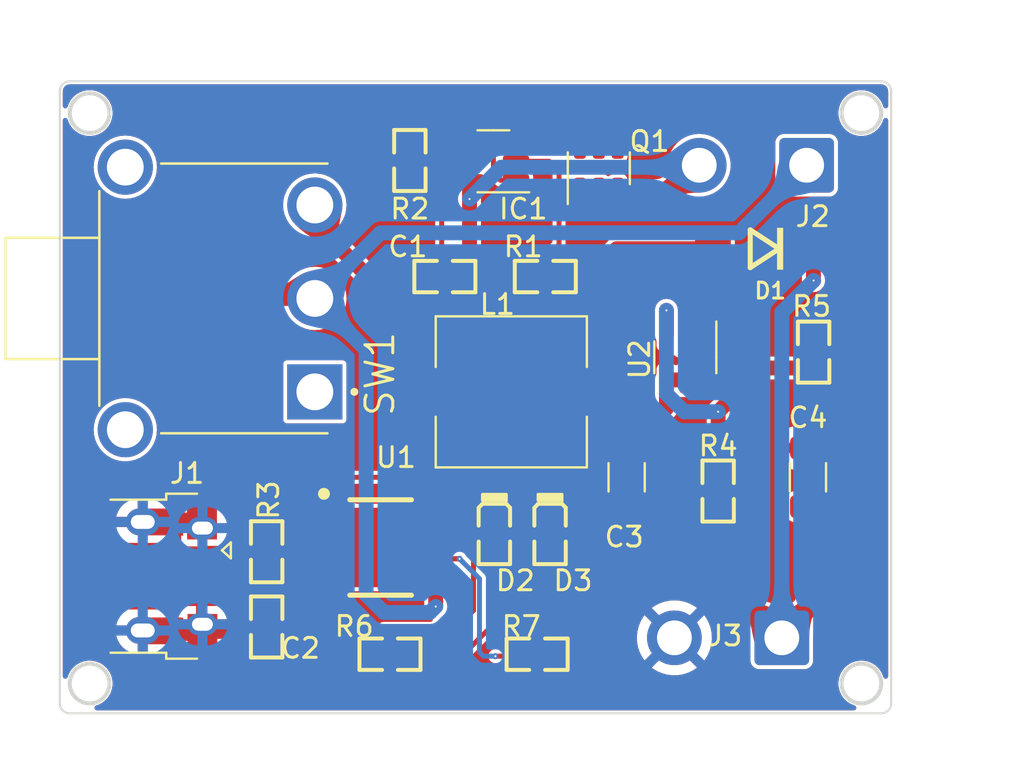
<source format=kicad_pcb>
(kicad_pcb (version 20211014) (generator pcbnew)
  (layers (0 "F.Cu" signal) (31 "B.Cu" signal) (34 "B.Paste" user) (35 "F.Paste" user) (36 "B.SilkS" user "B.Silkscreen") (37 "F.SilkS" user "F.Silkscreen") (38 "B.Mask" user) (39 "F.Mask" user) (44 "Edge.Cuts" user))
  (net 0 "")
  (net 1 "Net-(C1-Pad1)")
  (net 2 "/BAT-")
  (net 3 "/VBUS")
  (net 4 "GND")
  (net 5 "Net-(C3-Pad1)")
  (net 6 "/5V")
  (net 7 "Net-(D1-PadA)")
  (net 8 "Net-(D2-Pad1)")
  (net 9 "Net-(D3-Pad1)")
  (net 10 "/OD")
  (net 11 "Net-(IC1-Pad2)")
  (net 12 "Net-(IC1-Pad3)")
  (net 17 "/BAT+")
  (net 19 "Net-(R3-Pad2)")
  (net 20 "Net-(R4-Pad2)")
  (net 21 "Net-(R6-Pad1)")
  (net 22 "Net-(R7-Pad1)")
  (footprint "Capacitor_SMD:C_1206_3216Metric" (layer "F.Cu") (at 174.315 75.925 90)
    (fp_text reference "C4" (at 3 0 180) (layer "F.SilkS"))
    (fp_text value "22uF")
    (fp_line (start -0.711252 0.91) (end 0.711252 0.91) (layer "F.SilkS") (width 0.12))
    (fp_line (start -0.711252 -0.91) (end 0.711252 -0.91) (layer "F.SilkS") (width 0.12))
    (pad "1" smd roundrect (at -1.475 0 90) (size 1.15 1.8) (layers "F.Cu" "F.Paste" "F.Mask") (roundrect_rratio 0.2173913043) (net 6 "/5V"))
    (pad "2" smd roundrect (at 1.475 0 90) (size 1.15 1.8) (layers "F.Cu" "F.Paste" "F.Mask") (roundrect_rratio 0.2173913043) (net 4 "GND"))
  )
  (footprint "lc_lib:0603_R" (layer "F.Cu") (at 160.7 84.825)
    (fp_text reference "R7" (at -0.8 -1.4) (layer "F.SilkS"))
    (fp_text value "1k")
    (fp_line (start -1.535 0.79) (end -0.4 0.79) (layer "F.SilkS") (width 0.2))
    (fp_line (start 1.535 0.79) (end 1.535 -0.79) (layer "F.SilkS") (width 0.2))
    (fp_line (start 0.4 -0.79) (end 1.535 -0.79) (layer "F.SilkS") (width 0.2))
    (fp_line (start 0.4 0.79) (end 1.535 0.79) (layer "F.SilkS") (width 0.2))
    (fp_line (start -1.535 -0.79) (end -0.4 -0.79) (layer "F.SilkS") (width 0.2))
    (fp_line (start -1.535 0.79) (end -1.535 -0.79) (layer "F.SilkS") (width 0.2))
    (pad "1" smd rect locked (at -0.77 0) (size 0.93 0.98) (layers "F.Cu" "F.Paste" "F.Mask") (net 22 "Net-(R7-Pad1)"))
    (pad "2" smd rect locked (at 0.77 0) (size 0.93 0.98) (layers "F.Cu" "F.Paste" "F.Mask") (net 9 "Net-(D3-Pad1)"))
  )
  (footprint "Connector_USB:USB_Micro-B_Amphenol_10103594-0001LF_Horizontal" (layer "F.Cu") (at 141.985 80.925 -90)
    (fp_text reference "J1" (at -5.2 -1.115 180) (layer "F.SilkS"))
    (fp_text value "USB_B_Micro")
    (fp_line (start -1.325 -2.865) (end -1.725 -3.315) (layer "F.SilkS") (width 0.12))
    (fp_line (start -0.925 -3.315) (end -1.325 -2.865) (layer "F.SilkS") (width 0.12))
    (fp_line (start -3.875 2.735) (end -3.875 -0.065) (layer "F.SilkS") (width 0.12))
    (fp_line (start 3.825 -0.065) (end 4.125 -0.065) (layer "F.SilkS") (width 0.12))
    (fp_line (start -4.175 -0.065) (end -3.875 -0.065) (layer "F.SilkS") (width 0.12))
    (fp_line (start 4.125 -0.065) (end 4.125 -1.615) (layer "F.SilkS") (width 0.12))
    (fp_line (start 3.825 2.735) (end 3.825 -0.065) (layer "F.SilkS") (width 0.12))
    (fp_line (start -4.175 -0.065) (end -4.175 -1.615) (layer "F.SilkS") (width 0.12))
    (fp_line (start -1.725 -3.315) (end -0.925 -3.315) (layer "F.SilkS") (width 0.12))
    (pad "1" smd rect (at -1.325 -1.765) (size 1.65 0.4) (layers "F.Cu" "F.Paste" "F.Mask") (net 3 "/VBUS"))
    (pad "2" smd rect (at -0.675 -1.765) (size 1.65 0.4) (layers "F.Cu" "F.Paste" "F.Mask"))
    (pad "3" smd rect (at -0.025 -1.765) (size 1.65 0.4) (layers "F.Cu" "F.Paste" "F.Mask"))
    (pad "4" smd rect (at 0.625 -1.765) (size 1.65 0.4) (layers "F.Cu" "F.Paste" "F.Mask"))
    (pad "5" smd rect (at 1.275 -1.765) (size 1.65 0.4) (layers "F.Cu" "F.Paste" "F.Mask") (net 4 "GND"))
    (pad "6" smd rect (at 2.875 -1.885 270) (size 2 1.5) (layers "F.Cu" "F.Paste" "F.Mask") (net 4 "GND"))
    (pad "6" smd rect (at 2.725 0.185 270) (size 1.35 2) (layers "F.Cu" "F.Paste" "F.Mask") (net 4 "GND"))
    (pad "6" smd rect (at -0.985 1.385) (size 2.5 1.43) (layers "F.Cu" "F.Paste" "F.Mask") (net 4 "GND"))
    (pad "6" smd rect (at -2.875 -1.865 270) (size 2 1.5) (layers "F.Cu" "F.Paste" "F.Mask") (net 4 "GND"))
    (pad "6" thru_hole oval (at 2.395 -1.885) (size 1.5 1.1) (drill oval 1.05 0.65) (layers *.Cu *.Mask) (net 4 "GND"))
    (pad "6" thru_hole oval (at -2.755 1.115) (size 1.7 1.35) (drill oval 1.2 0.7) (layers *.Cu *.Mask) (net 4 "GND"))
    (pad "6" smd rect (at -2.755 0.185 270) (size 1.35 2) (layers "F.Cu" "F.Paste" "F.Mask") (net 4 "GND"))
    (pad "6" smd rect (at 2.975 -0.565 270) (size 1.825 0.7) (layers "F.Cu" "F.Paste" "F.Mask") (net 4 "GND"))
    (pad "6" thru_hole oval (at -2.445 -1.885) (size 1.5 1.1) (drill oval 1.05 0.65) (layers *.Cu *.Mask) (net 4 "GND"))
    (pad "6" thru_hole oval (at 2.705 1.115) (size 1.7 1.35) (drill oval 1.2 0.7) (layers *.Cu *.Mask) (net 4 "GND"))
    (pad "6" smd rect (at -2.975 -0.565 270) (size 1.825 0.7) (layers "F.Cu" "F.Paste" "F.Mask") (net 4 "GND"))
    (pad "6" smd rect (at 0.935 1.385) (size 2.5 1.43) (layers "F.Cu" "F.Paste" "F.Mask") (net 4 "GND"))
  )
  (footprint "lc_lib:0603_R" (layer "F.Cu") (at 154.3 59.985 -90)
    (fp_text reference "R2" (at 2.44 0 180) (layer "F.SilkS"))
    (fp_text value "100")
    (fp_line (start -1.535 0.79) (end -1.535 -0.79) (layer "F.SilkS") (width 0.2))
    (fp_line (start 0.4 -0.79) (end 1.535 -0.79) (layer "F.SilkS") (width 0.2))
    (fp_line (start 0.4 0.79) (end 1.535 0.79) (layer "F.SilkS") (width 0.2))
    (fp_line (start -1.535 0.79) (end -0.4 0.79) (layer "F.SilkS") (width 0.2))
    (fp_line (start 1.535 0.79) (end 1.535 -0.79) (layer "F.SilkS") (width 0.2))
    (fp_line (start -1.535 -0.79) (end -0.4 -0.79) (layer "F.SilkS") (width 0.2))
    (pad "1" smd rect locked (at -0.77 0 270) (size 0.93 0.98) (layers "F.Cu" "F.Paste" "F.Mask") (net 1 "Net-(C1-Pad1)"))
    (pad "2" smd rect locked (at 0.77 0 270) (size 0.93 0.98) (layers "F.Cu" "F.Paste" "F.Mask") (net 17 "/BAT+"))
  )
  (footprint "403_charger_new:75_75_4" (layer "F.Cu") (at 163.15 67.625 180)
    (fp_text reference "L1" (at 4.45 0.4 unlocked) (layer "F.SilkS"))
    (fp_text value "22uH")
    (fp_line (start -0.05 -0.2) (end -0.05 -2.75) (layer "F.SilkS") (width 0.12))
    (fp_line (start -0.05 -7.8) (end 7.55 -7.8) (layer "F.SilkS") (width 0.12))
    (fp_line (start 7.55 -0.2) (end -0.05 -0.2) (layer "F.SilkS") (width 0.12))
    (fp_line (start 7.55 -2.75) (end 7.55 -0.2) (layer "F.SilkS") (width 0.12))
    (fp_line (start -0.05 -5.25) (end -0.05 -7.8) (layer "F.SilkS") (width 0.12))
    (fp_line (start 7.55 -7.8) (end 7.55 -5.25) (layer "F.SilkS") (width 0.12))
    (pad "1" smd rect (at 0.55 -4 90) (size 2.2 1.6) (layers "F.Cu" "F.Paste" "F.Mask") (net 7 "Net-(D1-PadA)"))
    (pad "2" smd rect (at 6.95 -4 90) (size 2.2 1.6) (layers "F.Cu" "F.Adhes" "F.Paste" "F.Mask") (net 5 "Net-(C3-Pad1)"))
  )
  (footprint "Package_TO_SOT_SMD:SOT-23-6" (layer "F.Cu") (at 163.8 60.375 90)
    (fp_text reference "Q1" (at 1.35 2.55 180) (layer "F.SilkS"))
    (fp_text value "FS8205")
    (fp_line (start 0 1.56) (end -0.8 1.56) (layer "F.SilkS") (width 0.12))
    (fp_line (start 0 1.56) (end 0.8 1.56) (layer "F.SilkS") (width 0.12))
    (fp_line (start 0 -1.56) (end -1.8 -1.56) (layer "F.SilkS") (width 0.12))
    (fp_line (start 0 -1.56) (end 0.8 -1.56) (layer "F.SilkS") (width 0.12))
    (pad "1" smd roundrect (at -1.1375 -0.95 90) (size 1.325 0.6) (layers "F.Cu" "F.Paste" "F.Mask") (net 4 "GND"))
    (pad "2" smd roundrect (at -1.1375 0 90) (size 1.325 0.6) (layers "F.Cu" "F.Paste" "F.Mask"))
    (pad "3" smd roundrect (at -1.1375 0.95 90) (size 1.325 0.6) (layers "F.Cu" "F.Paste" "F.Mask") (net 2 "/BAT-"))
    (pad "4" smd roundrect (at 1.1375 0.95 90) (size 1.325 0.6) (layers "F.Cu" "F.Paste" "F.Mask") (net 10 "/OD"))
    (pad "5" smd roundrect (at 1.1375 0 90) (size 1.325 0.6) (layers "F.Cu" "F.Paste" "F.Mask"))
    (pad "6" smd roundrect (at 1.1375 -0.95 90) (size 1.325 0.6) (layers "F.Cu" "F.Paste" "F.Mask") (net 12 "Net-(IC1-Pad3)"))
  )
  (footprint "lc_lib:0603_R" (layer "F.Cu") (at 169.8 76.615 90)
    (fp_text reference "R4" (at 2.27 0 180) (layer "F.SilkS"))
    (fp_text value "7.5k")
    (fp_line (start -1.535 0.79) (end -1.535 -0.79) (layer "F.SilkS") (width 0.2))
    (fp_line (start 1.535 0.79) (end 1.535 -0.79) (layer "F.SilkS") (width 0.2))
    (fp_line (start -1.535 0.79) (end -0.4 0.79) (layer "F.SilkS") (width 0.2))
    (fp_line (start 0.4 0.79) (end 1.535 0.79) (layer "F.SilkS") (width 0.2))
    (fp_line (start 0.4 -0.79) (end 1.535 -0.79) (layer "F.SilkS") (width 0.2))
    (fp_line (start -1.535 -0.79) (end -0.4 -0.79) (layer "F.SilkS") (width 0.2))
    (pad "1" smd rect locked (at -0.77 0 90) (size 0.93 0.98) (layers "F.Cu" "F.Paste" "F.Mask") (net 6 "/5V"))
    (pad "2" smd rect locked (at 0.77 0 90) (size 0.93 0.98) (layers "F.Cu" "F.Paste" "F.Mask") (net 20 "Net-(R4-Pad2)"))
  )
  (footprint "403_charger_new:SS34" (layer "F.Cu") (at 172.06375 64.425 180)
    (fp_text reference "D1" (at -0.354 -2.117 180) (layer "F.SilkS") (effects (font (size 0.8 0.8))))
    (fp_text value "SS34_mdd")
    (fp_line (start 0.65 0.95) (end -0.8 0) (layer "F.SilkS") (width 0.254))
    (fp_line (start -0.8 0) (end 0.65 -0.95) (layer "F.SilkS") (width 0.254))
    (fp_line (start 0.65 -0.95) (end 0.65 0.95) (layer "F.SilkS") (width 0.254))
    (fp_poly (pts (xy -1 -1.05) (xy -0.7 -1.05) (xy -0.7 1.05) (xy -1 1.05)) (layer "F.SilkS") (width 0.01) (fill solid))
    (pad "A" smd rect (at 2.52625 0 180) (size 1.8 1.7) (layers "F.Cu" "F.Paste" "F.Mask") (net 7 "Net-(D1-PadA)"))
    (pad "C" smd rect (at -2.52625 0 180) (size 1.8 1.7) (layers "F.Cu" "F.Paste" "F.Mask") (net 6 "/5V"))
  )
  (footprint "Package_TO_SOT_SMD:SOT-23-6" (layer "F.Cu") (at 158.5 60.025 180)
    (fp_text reference "IC1" (at -1.5 -2.4 180) (layer "F.SilkS"))
    (fp_text value "FS312F-G")
    (fp_line (start 0 1.56) (end 0.8 1.56) (layer "F.SilkS") (width 0.12))
    (fp_line (start 0 -1.56) (end -1.8 -1.56) (layer "F.SilkS") (width 0.12))
    (fp_line (start 0 1.56) (end -0.8 1.56) (layer "F.SilkS") (width 0.12))
    (fp_line (start 0 -1.56) (end 0.8 -1.56) (layer "F.SilkS") (width 0.12))
    (pad "1" smd roundrect (at -1.1375 -0.95 180) (size 1.325 0.6) (layers "F.Cu" "F.Paste" "F.Mask") (net 10 "/OD"))
    (pad "2" smd roundrect (at -1.1375 0 180) (size 1.325 0.6) (layers "F.Cu" "F.Paste" "F.Mask") (net 11 "Net-(IC1-Pad2)"))
    (pad "3" smd roundrect (at -1.1375 0.95 180) (size 1.325 0.6) (layers "F.Cu" "F.Paste" "F.Mask") (net 12 "Net-(IC1-Pad3)"))
    (pad "4" smd roundrect (at 1.1375 0.95 180) (size 1.325 0.6) (layers "F.Cu" "F.Paste" "F.Mask"))
    (pad "5" smd roundrect (at 1.1375 0 180) (size 1.325 0.6) (layers "F.Cu" "F.Paste" "F.Mask") (net 1 "Net-(C1-Pad1)"))
    (pad "6" smd roundrect (at 1.1375 -0.95 180) (size 1.325 0.6) (layers "F.Cu" "F.Paste" "F.Mask") (net 2 "/BAT-"))
  )
  (footprint "403_charger_new:SW_500SSP3S1M6QEA" (layer "F.Cu") (at 144.7575 66.925 90)
    (fp_text reference "SW1" (at -3.8 8.0425 90) (layer "F.SilkS") (effects (font (size 1.4 1.4))))
    (fp_text value "SW_DIP_x01")
    (fp_line (start 3.05 -10.79) (end 3.05 -6.075) (layer "F.SilkS") (width 0.127))
    (fp_line (start -3.05 -6.075) (end -3.05 -10.79) (layer "F.SilkS") (width 0.127))
    (fp_line (start -6.785 -2.964) (end -6.785 5.4) (layer "F.SilkS") (width 0.127))
    (fp_line (start -3.05 -10.79) (end 3.05 -10.79) (layer "F.SilkS") (width 0.127))
    (fp_line (start 6.785 -2.964) (end 6.785 5.4) (layer "F.SilkS") (width 0.127))
    (fp_line (start -5.4 -6.07) (end 5.4 -6.07) (layer "F.SilkS") (width 0.127))
    (fp_circle (center -4.7 6.75) (end -4.6 6.75) (layer "F.SilkS") (width 0.2) (fill none))
    (pad "1" thru_hole rect (at -4.7 4.765 90) (size 2.775 2.775) (drill 1.85) (layers *.Cu *.Mask))
    (pad "2" thru_hole circle (at 0 4.765 90) (size 2.775 2.775) (drill 1.85) (layers *.Cu *.Mask) (net 17 "/BAT+"))
    (pad "3" thru_hole circle (at 4.7 4.765 90) (size 2.775 2.775) (drill 1.85) (layers *.Cu *.Mask) (net 5 "Net-(C3-Pad1)"))
    (pad "S1" thru_hole circle (at -6.605 -4.765 90) (size 2.775 2.775) (drill 1.85) (layers *.Cu *.Mask))
    (pad "S2" thru_hole circle (at 6.605 -4.765 90) (size 2.775 2.775) (drill 1.85) (layers *.Cu *.Mask))
  )
  (footprint "lc_lib:0603_R" (layer "F.Cu") (at 174.6 69.625 90)
    (fp_text reference "R5" (at 2.3 -0.1 180) (layer "F.SilkS"))
    (fp_text value "1k")
    (fp_line (start 0.4 -0.79) (end 1.535 -0.79) (layer "F.SilkS") (width 0.2))
    (fp_line (start 1.535 0.79) (end 1.535 -0.79) (layer "F.SilkS") (width 0.2))
    (fp_line (start -1.535 0.79) (end -1.535 -0.79) (layer "F.SilkS") (width 0.2))
    (fp_line (start -1.535 0.79) (end -0.4 0.79) (layer "F.SilkS") (width 0.2))
    (fp_line (start -1.535 -0.79) (end -0.4 -0.79) (layer "F.SilkS") (width 0.2))
    (fp_line (start 0.4 0.79) (end 1.535 0.79) (layer "F.SilkS") (width 0.2))
    (pad "1" smd rect locked (at -0.77 0 90) (size 0.93 0.98) (layers "F.Cu" "F.Paste" "F.Mask") (net 20 "Net-(R4-Pad2)"))
    (pad "2" smd rect locked (at 0.77 0 90) (size 0.93 0.98) (layers "F.Cu" "F.Paste" "F.Mask") (net 4 "GND"))
  )
  (footprint "Package_TO_SOT_SMD:SOT-23-6" (layer "F.Cu") (at 168.15 69.8875 -90)
    (fp_text reference "U2" (at 0.1 2.3 90) (layer "F.SilkS"))
    (fp_text value "MT3608")
    (fp_line (start 0 -1.56) (end 0.8 -1.56) (layer "F.SilkS") (width 0.12))
    (fp_line (start 0 1.56) (end 0.8 1.56) (layer "F.SilkS") (width 0.12))
    (fp_line (start 0 -1.56) (end -1.8 -1.56) (layer "F.SilkS") (width 0.12))
    (fp_line (start 0 1.56) (end -0.8 1.56) (layer "F.SilkS") (width 0.12))
    (pad "1" smd roundrect (at -1.1375 -0.95 270) (size 1.325 0.6) (layers "F.Cu" "F.Paste" "F.Mask") (net 7 "Net-(D1-PadA)"))
    (pad "2" smd roundrect (at -1.1375 0 270) (size 1.325 0.6) (layers "F.Cu" "F.Paste" "F.Mask") (net 4 "GND"))
    (pad "3" smd roundrect (at -1.1375 0.95 270) (size 1.325 0.6) (layers "F.Cu" "F.Paste" "F.Mask") (net 20 "Net-(R4-Pad2)"))
    (pad "4" smd roundrect (at 1.1375 0.95 270) (size 1.325 0.6) (layers "F.Cu" "F.Paste" "F.Mask") (net 5 "Net-(C3-Pad1)"))
    (pad "5" smd roundrect (at 1.1375 0 270) (size 1.325 0.6) (layers "F.Cu" "F.Paste" "F.Mask") (net 5 "Net-(C3-Pad1)"))
    (pad "6" smd roundrect (at 1.1375 -0.95 270) (size 1.325 0.6) (layers "F.Cu" "F.Paste" "F.Mask"))
  )
  (footprint "Connector_Wire:SolderWire-1sqmm_1x02_P5.4mm_D1.4mm_OD2.7mm" (layer "F.Cu") (at 173 84 180)
    (fp_text reference "J3" (at 2.85 0.1) (layer "F.SilkS"))
    (fp_text value "Conn_01x02_Female")
    (pad "1" thru_hole roundrect (at 0 0 180) (size 2.75 2.75) (drill 1.75) (layers *.Cu *.Mask) (roundrect_rratio 0.09090909091) (net 6 "/5V"))
    (pad "2" thru_hole circle (at 5.4 0 180) (size 2.75 2.75) (drill 1.75) (layers *.Cu *.Mask) (net 4 "GND"))
  )
  (footprint "lc_lib:0603_R" (layer "F.Cu") (at 156.06 65.825)
    (fp_text reference "C1" (at -1.86 -1.5) (layer "F.SilkS"))
    (fp_text value "0.1u")
    (fp_line (start -1.535 -0.79) (end -0.4 -0.79) (layer "F.SilkS") (width 0.2))
    (fp_line (start -1.535 0.79) (end -1.535 -0.79) (layer "F.SilkS") (width 0.2))
    (fp_line (start -1.535 0.79) (end -0.4 0.79) (layer "F.SilkS") (width 0.2))
    (fp_line (start 0.4 0.79) (end 1.535 0.79) (layer "F.SilkS") (width 0.2))
    (fp_line (start 0.4 -0.79) (end 1.535 -0.79) (layer "F.SilkS") (width 0.2))
    (fp_line (start 1.535 0.79) (end 1.535 -0.79) (layer "F.SilkS") (width 0.2))
    (pad "1" smd rect locked (at -0.77 0) (size 0.93 0.98) (layers "F.Cu" "F.Paste" "F.Mask") (net 1 "Net-(C1-Pad1)"))
    (pad "2" smd rect locked (at 0.77 0) (size 0.93 0.98) (layers "F.Cu" "F.Paste" "F.Mask") (net 2 "/BAT-"))
  )
  (footprint "lc_lib:SOP-8_EP_150MIL" (layer "F.Cu") (at 152.88 79.455 -90)
    (fp_text reference "U1" (at -4.53 -0.72 180) (layer "F.SilkS"))
    (fp_text value "TP4056_[C16581]")
    (fp_line (start -2.4 1.6) (end -2.4 -1.5) (layer "F.SilkS") (width 0.254))
    (fp_line (start 2.4 1.6) (end 2.4 -1.5) (layer "F.SilkS") (width 0.254))
    (fp_circle (center -2.7 2.9) (end -2.55 2.9) (layer "F.SilkS") (width 0.3) (fill none))
    (pad "0" smd rect (at 0 0 90) (size 4 2.9) (layers "F.Cu" "F.Paste" "F.Mask"))
    (pad "1" smd oval (at -1.905 2.6 90) (size 0.6 1.6) (layers "F.Cu" "F.Paste" "F.Mask") (net 4 "GND"))
    (pad "2" smd oval (at -0.635 2.6 90) (size 0.6 1.6) (layers "F.Cu" "F.Paste" "F.Mask") (net 19 "Net-(R3-Pad2)"))
    (pad "3" smd oval (at 0.635 2.6 90) (size 0.6 1.6) (layers "F.Cu" "F.Paste" "F.Mask") (net 4 "GND"))
    (pad "4" smd oval (at 1.905 2.6 90) (size 0.6 1.6) (layers "F.Cu" "F.Paste" "F.Mask") (net 3 "/VBUS"))
    (pad "5" smd oval (at 1.905 -2.6 90) (size 0.6 1.6) (layers "F.Cu" "F.Paste" "F.Mask") (net 17 "/BAT+"))
    (pad "6" smd oval (at 0.635 -2.6 90) (size 0.6 1.6) (layers "F.Cu" "F.Paste" "F.Mask") (net 22 "Net-(R7-Pad1)"))
    (pad "7" smd oval (at -0.635 -2.6 90) (size 0.6 1.6) (layers "F.Cu" "F.Paste" "F.Mask") (net 21 "Net-(R6-Pad1)"))
    (pad "8" smd oval (at -1.905 -2.6 90) (size 0.6 1.6) (layers "F.Cu" "F.Paste" "F.Mask") (net 3 "/VBUS"))
  )
  (footprint "lc_lib:0603_LED_S1" (layer "F.Cu") (at 158.549 78.7566 -90)
    (fp_text reference "D2" (at 2.3684 -1.051 180) (layer "F.SilkS"))
    (fp_text value "LED_R")
    (fp_line (start 1.535 0.79) (end 1.535 -0.79) (layer "F.SilkS") (width 0.2))
    (fp_line (start 0.4 0.79) (end 1.535 0.79) (layer "F.SilkS") (width 0.2))
    (fp_line (start -1.3 -0.79) (end -0.4 -0.79) (layer "F.SilkS") (width 0.2))
    (fp_line (start 0.4 -0.79) (end 1.535 -0.79) (layer "F.SilkS") (width 0.2))
    (fp_line (start -1.5 0.597) (end -1.3 0.79) (layer "F.SilkS") (width 0.2))
    (fp_line (start -1.3 0.79) (end -0.4 0.79) (layer "F.SilkS") (width 0.2))
    (fp_line (start -1.5 -0.597) (end -1.3 -0.79) (layer "F.SilkS") (width 0.2))
    (fp_line (start -1.5 0.597) (end -1.5 -0.597) (layer "F.SilkS") (width 0.2))
    (fp_poly (pts (xy -1.975 0.6) (xy -1.675 0.6) (xy -1.675 -0.6) (xy -1.975 -0.6)) (layer "F.SilkS") (width 0.15) (fill solid))
    (pad "1" smd rect (at 0.77 0 90) (size 0.93 0.98) (layers "F.Cu" "F.Paste" "F.Mask") (net 8 "Net-(D2-Pad1)"))
    (pad "2" smd rect (at -0.77 0 90) (size 0.93 0.98) (layers "F.Cu" "F.Paste" "F.Mask") (net 3 "/VBUS"))
  )
  (footprint "lc_lib:0603_R" (layer "F.Cu") (at 161.11 65.825 180)
    (fp_text reference "R1" (at 1.11 1.5) (layer "F.SilkS"))
    (fp_text value "2k")
    (fp_line (start 0.4 -0.79) (end 1.535 -0.79) (layer "F.SilkS") (width 0.2))
    (fp_line (start -1.535 0.79) (end -1.535 -0.79) (layer "F.SilkS") (width 0.2))
    (fp_line (start -1.535 0.79) (end -0.4 0.79) (layer "F.SilkS") (width 0.2))
    (fp_line (start 1.535 0.79) (end 1.535 -0.79) (layer "F.SilkS") (width 0.2))
    (fp_line (start 0.4 0.79) (end 1.535 0.79) (layer "F.SilkS") (width 0.2))
    (fp_line (start -1.535 -0.79) (end -0.4 -0.79) (layer "F.SilkS") (width 0.2))
    (pad "1" smd rect locked (at -0.77 0 180) (size 0.93 0.98) (layers "F.Cu" "F.Paste" "F.Mask") (net 4 "GND"))
    (pad "2" smd rect locked (at 0.77 0 180) (size 0.93 0.98) (layers "F.Cu" "F.Paste" "F.Mask") (net 11 "Net-(IC1-Pad2)"))
  )
  (footprint "lc_lib:0603_R" (layer "F.Cu") (at 147.1 79.67 90)
    (fp_text reference "R3" (at 2.6 0.1 90) (layer "F.SilkS"))
    (fp_text value "2k")
    (fp_line (start 1.535 0.79) (end 1.535 -0.79) (layer "F.SilkS") (width 0.2))
    (fp_line (start -1.535 -0.79) (end -0.4 -0.79) (layer "F.SilkS") (width 0.2))
    (fp_line (start -1.535 0.79) (end -0.4 0.79) (layer "F.SilkS") (width 0.2))
    (fp_line (start -1.535 0.79) (end -1.535 -0.79) (layer "F.SilkS") (width 0.2))
    (fp_line (start 0.4 0.79) (end 1.535 0.79) (layer "F.SilkS") (width 0.2))
    (fp_line (start 0.4 -0.79) (end 1.535 -0.79) (layer "F.SilkS") (width 0.2))
    (pad "1" smd rect locked (at -0.77 0 90) (size 0.93 0.98) (layers "F.Cu" "F.Paste" "F.Mask") (net 4 "GND"))
    (pad "2" smd rect locked (at 0.77 0 90) (size 0.93 0.98) (layers "F.Cu" "F.Paste" "F.Mask") (net 19 "Net-(R3-Pad2)"))
  )
  (footprint "Capacitor_SMD:C_1206_3216Metric" (layer "F.Cu") (at 165.2 75.925 -90)
    (fp_text reference "C3" (at 3 0.125 180) (layer "F.SilkS"))
    (fp_text value "22uF")
    (fp_line (start -0.711252 0.91) (end 0.711252 0.91) (layer "F.SilkS") (width 0.12))
    (fp_line (start -0.711252 -0.91) (end 0.711252 -0.91) (layer "F.SilkS") (width 0.12))
    (pad "1" smd roundrect (at -1.475 0 270) (size 1.15 1.8) (layers "F.Cu" "F.Paste" "F.Mask") (roundrect_rratio 0.2173913043) (net 5 "Net-(C3-Pad1)"))
    (pad "2" smd roundrect (at 1.475 0 270) (size 1.15 1.8) (layers "F.Cu" "F.Paste" "F.Mask") (roundrect_rratio 0.2173913043) (net 4 "GND"))
  )
  (footprint "lc_lib:0603_R" (layer "F.Cu") (at 153.3 84.825)
    (fp_text reference "R6" (at -1.8 -1.4) (layer "F.SilkS"))
    (fp_text value "1k")
    (fp_line (start 0.4 0.79) (end 1.535 0.79) (layer "F.SilkS") (width 0.2))
    (fp_line (start -1.535 0.79) (end -0.4 0.79) (layer "F.SilkS") (width 0.2))
    (fp_line (start -1.535 -0.79) (end -0.4 -0.79) (layer "F.SilkS") (width 0.2))
    (fp_line (start 1.535 0.79) (end 1.535 -0.79) (layer "F.SilkS") (width 0.2))
    (fp_line (start 0.4 -0.79) (end 1.535 -0.79) (layer "F.SilkS") (width 0.2))
    (fp_line (start -1.535 0.79) (end -1.535 -0.79) (layer "F.SilkS") (width 0.2))
    (pad "1" smd rect locked (at -0.77 0) (size 0.93 0.98) (layers "F.Cu" "F.Paste" "F.Mask") (net 21 "Net-(R6-Pad1)"))
    (pad "2" smd rect locked (at 0.77 0) (size 0.93 0.98) (layers "F.Cu" "F.Paste" "F.Mask") (net 8 "Net-(D2-Pad1)"))
  )
  (footprint "lc_lib:0603_LED_S1" (layer "F.Cu") (at 161.349 78.7566 -90)
    (fp_text reference "D3" (at 2.3684 -1.151 180) (layer "F.SilkS"))
    (fp_text value "LED_G")
    (fp_line (start -1.3 0.79) (end -0.4 0.79) (layer "F.SilkS") (width 0.2))
    (fp_line (start 0.4 0.79) (end 1.535 0.79) (layer "F.SilkS") (width 0.2))
    (fp_line (start 1.535 0.79) (end 1.535 -0.79) (layer "F.SilkS") (width 0.2))
    (fp_line (start -1.5 0.597) (end -1.3 0.79) (layer "F.SilkS") (width 0.2))
    (fp_line (start -1.5 0.597) (end -1.5 -0.597) (layer "F.SilkS") (width 0.2))
    (fp_line (start -1.5 -0.597) (end -1.3 -0.79) (layer "F.SilkS") (width 0.2))
    (fp_line (start 0.4 -0.79) (end 1.535 -0.79) (layer "F.SilkS") (width 0.2))
    (fp_line (start -1.3 -0.79) (end -0.4 -0.79) (layer "F.SilkS") (width 0.2))
    (fp_poly (pts (xy -1.975 0.6) (xy -1.675 0.6) (xy -1.675 -0.6) (xy -1.975 -0.6)) (layer "F.SilkS") (width 0.15) (fill solid))
    (pad "1" smd rect (at 0.77 0 90) (size 0.93 0.98) (layers "F.Cu" "F.Paste" "F.Mask") (net 9 "Net-(D3-Pad1)"))
    (pad "2" smd rect (at -0.77 0 90) (size 0.93 0.98) (layers "F.Cu" "F.Paste" "F.Mask") (net 3 "/VBUS"))
  )
  (footprint "Connector_Wire:SolderWire-1sqmm_1x02_P5.4mm_D1.4mm_OD2.7mm" (layer "F.Cu") (at 174.25 60.225 180)
    (fp_text reference "J2" (at -0.307857 -2.58) (layer "F.SilkS"))
    (fp_text value "Conn_01x02_Female")
    (pad "1" thru_hole roundrect (at 0 0 180) (size 2.75 2.75) (drill 1.75) (layers *.Cu *.Mask) (roundrect_rratio 0.09090909091) (net 17 "/BAT+"))
    (pad "2" thru_hole circle (at 5.4 0 180) (size 2.75 2.75) (drill 1.75) (layers *.Cu *.Mask) (net 2 "/BAT-"))
  )
  (footprint "lc_lib:0603_R" (layer "F.Cu") (at 147.1 83.455 -90)
    (fp_text reference "C2" (at 1.07 -1.7) (layer "F.SilkS"))
    (fp_text value "10u")
    (fp_line (start -1.535 -0.79) (end -0.4 -0.79) (layer "F.SilkS") (width 0.2))
    (fp_line (start 1.535 0.79) (end 1.535 -0.79) (layer "F.SilkS") (width 0.2))
    (fp_line (start 0.4 -0.79) (end 1.535 -0.79) (layer "F.SilkS") (width 0.2))
    (fp_line (start -1.535 0.79) (end -1.535 -0.79) (layer "F.SilkS") (width 0.2))
    (fp_line (start -1.535 0.79) (end -0.4 0.79) (layer "F.SilkS") (width 0.2))
    (fp_line (start 0.4 0.79) (end 1.535 0.79) (layer "F.SilkS") (width 0.2))
    (pad "1" smd rect locked (at -0.77 0 270) (size 0.93 0.98) (layers "F.Cu" "F.Paste" "F.Mask") (net 3 "/VBUS"))
    (pad "2" smd rect locked (at 0.77 0 270) (size 0.93 0.98) (layers "F.Cu" "F.Paste" "F.Mask") (net 4 "GND"))
  )
  (gr_circle (center 177 57.6) (end 178 57.6) (layer "Edge.Cuts") (width 0.2) (fill none))
  (gr_arc (start 137.2 87.8) (mid 136.846447 87.653553) (end 136.7 87.3) (layer "Edge.Cuts") (width 0.1))
  (gr_arc (start 136.7 56.5) (mid 136.846447 56.146447) (end 137.2 56) (layer "Edge.Cuts") (width 0.1))
  (gr_line (start 137.2 87.8) (end 178 87.8) (layer "Edge.Cuts") (width 0.1))
  (gr_circle (center 138.2 86.3) (end 138.2 85.3) (layer "Edge.Cuts") (width 0.2) (fill none))
  (gr_line (start 136.7 56.5) (end 136.7 87.3) (layer "Edge.Cuts") (width 0.1))
  (gr_arc (start 178 56) (mid 178.353553 56.146447) (end 178.5 56.5) (layer "Edge.Cuts") (width 0.1))
  (gr_arc (start 178.5 87.3) (mid 178.353553 87.653553) (end 178 87.8) (layer "Edge.Cuts") (width 0.1))
  (gr_line (start 178 56) (end 137.2 56) (layer "Edge.Cuts") (width 0.1))
  (gr_circle (center 177 86.3) (end 177 85.3) (layer "Edge.Cuts") (width 0.2) (fill none))
  (gr_circle (center 138.2 57.6) (end 138.2 56.6) (layer "Edge.Cuts") (width 0.2) (fill none))
  (gr_line (start 178.5 87.3) (end 178.5 56.5) (layer "Edge.Cuts") (width 0.1))
  (segment (start 157.3625 60.025) (end 155.9 60.025) (width 0.25) (layer "F.Cu") (net 1))
  (segment (start 155.9 59.625) (end 155.49 59.215) (width 0.25) (layer "F.Cu") (net 1))
  (segment (start 155.29 65.035) (end 155.9 64.425) (width 0.25) (layer "F.Cu") (net 1))
  (segment (start 155.29 65.825) (end 155.29 65.035) (width 0.25) (layer "F.Cu") (net 1))
  (segment (start 155.49 59.215) (end 154.3 59.215) (width 0.25) (layer "F.Cu") (net 1))
  (segment (start 155.9 60.025) (end 155.9 59.625) (width 0.25) (layer "F.Cu") (net 1))
  (segment (start 155.9 64.425) (end 155.9 60.025) (width 0.25) (layer "F.Cu") (net 1))
  (segment (start 157.3 61.0375) (end 157.3 61.925) (width 0.75) (layer "F.Cu") (net 2))
  (segment (start 157.3 65.355) (end 156.83 65.825) (width 0.75) (layer "F.Cu") (net 2))
  (segment (start 164.75 61.5125) (end 167.5625 61.5125) (width 0.75) (layer "F.Cu") (net 2))
  (segment (start 157.3625 60.975) (end 157.3 61.0375) (width 0.75) (layer "F.Cu") (net 2))
  (segment (start 167.5625 61.5125) (end 168.85 60.225) (width 0.75) (layer "F.Cu") (net 2))
  (segment (start 157.3 61.925) (end 157.3 65.355) (width 0.75) (layer "F.Cu") (net 2))
  (via micro (at 157.3 61.925) (size 0.3) (drill 0.1) (layers "F.Cu" "B.Cu") (net 2))
  (segment (start 158.9 60.325) (end 168.75 60.325) (width 0.75) (layer "B.Cu") (net 2))
  (segment (start 168.75 60.325) (end 168.85 60.225) (width 0.75) (layer "B.Cu") (net 2))
  (segment (start 157.3 61.925) (end 158.9 60.325) (width 0.75) (layer "B.Cu") (net 2))
  (segment (start 147.84 82.685) (end 149.165 81.36) (width 0.45) (layer "F.Cu") (net 3))
  (segment (start 155.48 77.55) (end 155.48 76.605) (width 0.25) (layer "F.Cu") (net 3))
  (segment (start 156.925 77.55) (end 157.3616 77.9866) (width 0.25) (layer "F.Cu") (net 3))
  (segment (start 145.96 82.685) (end 147.1 82.685) (width 0.45) (layer "F.Cu") (net 3))
  (segment (start 145.6 80.125) (end 145.6 82.325) (width 0.45) (layer "F.Cu") (net 3))
  (segment (start 146.2 75.925) (end 145.6 76.525) (width 0.25) (layer "F.Cu") (net 3))
  (segment (start 157.3616 77.9866) (end 158.549 77.9866) (width 0.25) (layer "F.Cu") (net 3))
  (segment (start 147.1 82.685) (end 147.84 82.685) (width 0.45) (layer "F.Cu") (net 3))
  (segment (start 145.075 79.6) (end 145.6 80.125) (width 0.45) (layer "F.Cu") (net 3))
  (segment (start 155.48 76.605) (end 154.8 75.925) (width 0.25) (layer "F.Cu") (net 3))
  (segment (start 145.6 82.325) (end 145.96 82.685) (width 0.45) (layer "F.Cu") (net 3))
  (segment (start 145.6 76.525) (end 145.6 80.125) (width 0.25) (layer "F.Cu") (net 3))
  (segment (start 158.549 77.9866) (end 161.349 77.9866) (width 0.25) (layer "F.Cu") (net 3))
  (segment (start 149.165 81.36) (end 150.28 81.36) (width 0.45) (layer "F.Cu") (net 3))
  (segment (start 143.75 79.6) (end 145.075 79.6) (width 0.45) (layer "F.Cu") (net 3))
  (segment (start 155.48 77.55) (end 156.925 77.55) (width 0.25) (layer "F.Cu") (net 3))
  (segment (start 154.8 75.925) (end 146.2 75.925) (width 0.25) (layer "F.Cu") (net 3))
  (segment (start 159.025 74.45) (end 165.2 74.45) (width 0.75) (layer "F.Cu") (net 5))
  (segment (start 156.2 69.825) (end 149.5225 63.1475) (width 0.75) (layer "F.Cu") (net 5))
  (segment (start 156.2 71.625) (end 159.025 74.45) (width 0.75) (layer "F.Cu") (net 5))
  (segment (start 167.2 71.025) (end 167.2 72.45) (width 0.75) (layer "F.Cu") (net 5))
  (segment (start 156.2 71.625) (end 156.2 69.825) (width 0.75) (layer "F.Cu") (net 5))
  (segment (start 168.15 71.025) (end 167.2 71.025) (width 0.75) (layer "F.Cu") (net 5))
  (segment (start 167.2 72.45) (end 165.2 74.45) (width 0.75) (layer "F.Cu") (net 5))
  (segment (start 149.5225 63.1475) (end 149.5225 62.225) (width 0.75) (layer "F.Cu") (net 5))
  (segment (start 169.8 80.8) (end 173 84) (width 0.75) (layer "F.Cu") (net 6))
  (segment (start 174.59 66.015) (end 174.6 66.025) (width 0.75) (layer "F.Cu") (net 6))
  (segment (start 174.315 82.685) (end 173 84) (width 0.75) (layer "F.Cu") (net 6))
  (segment (start 174.315 77.4) (end 174.315 82.685) (width 0.75) (layer "F.Cu") (net 6))
  (segment (start 169.8 77.385) (end 169.8 80.8) (width 0.75) (layer "F.Cu") (net 6))
  (segment (start 174.59 64.425) (end 174.59 66.015) (width 0.75) (layer "F.Cu") (net 6))
  (via micro (at 174.6 66.025) (size 0.3) (drill 0.1) (layers "F.Cu" "B.Cu") (net 6))
  (segment (start 173 67.625) (end 173 84) (width 0.75) (layer "B.Cu") (net 6))
  (segment (start 174.6 66.025) (end 173 67.625) (width 0.75) (layer "B.Cu") (net 6))
  (segment (start 169.1 64.8625) (end 169.5375 64.425) (width 0.75) (layer "F.Cu") (net 7))
  (segment (start 162.6 71.225) (end 163.6 70.225) (width 0.75) (layer "F.Cu") (net 7))
  (segment (start 164.7 64.425) (end 169.5375 64.425) (width 0.75) (layer "F.Cu") (net 7))
  (segment (start 163.6 65.525) (end 164.7 64.425) (width 0.75) (layer "F.Cu") (net 7))
  (segment (start 169.1 68.75) (end 169.1 64.8625) (width 0.75) (layer "F.Cu") (net 7))
  (segment (start 162.6 71.625) (end 162.6 71.225) (width 0.75) (layer "F.Cu") (net 7))
  (segment (start 163.6 70.225) (end 163.6 65.525) (width 0.75) (layer "F.Cu") (net 7))
  (segment (start 154.07 84.825) (end 157 84.825) (width 0.25) (layer "F.Cu") (net 8))
  (segment (start 157 84.825) (end 158.549 83.276) (width 0.25) (layer "F.Cu") (net 8))
  (segment (start 158.549 83.276) (end 158.549 79.5266) (width 0.25) (layer "F.Cu") (net 8))
  (segment (start 161.47 84.825) (end 161.47 79.6476) (width 0.25) (layer "F.Cu") (net 9))
  (segment (start 161.47 79.6476) (end 161.349 79.5266) (width 0.25) (layer "F.Cu") (net 9))
  (segment (start 159 58.025) (end 164.4 58.025) (width 0.25) (layer "F.Cu") (net 10))
  (segment (start 158.5 60.625) (end 158.5 58.525) (width 0.25) (layer "F.Cu") (net 10))
  (segment (start 158.5 58.525) (end 159 58.025) (width 0.25) (layer "F.Cu") (net 10))
  (segment (start 158.85 60.975) (end 158.5 60.625) (width 0.25) (layer "F.Cu") (net 10))
  (segment (start 164.75 58.375) (end 164.75 59.2375) (width 0.25) (layer "F.Cu") (net 10))
  (segment (start 164.4 58.025) (end 164.75 58.375) (width 0.25) (layer "F.Cu") (net 10))
  (segment (start 159.6375 60.975) (end 158.85 60.975) (width 0.25) (layer "F.Cu") (net 10))
  (segment (start 161.3 60.025) (end 161.8 60.525) (width 0.25) (layer "F.Cu") (net 11))
  (segment (start 159.6375 60.025) (end 161.3 60.025) (width 0.25) (layer "F.Cu") (net 11))
  (segment (start 161.8 60.525) (end 161.8 64.225) (width 0.25) (layer "F.Cu") (net 11))
  (segment (start 160.34 65.685) (end 160.34 65.825) (width 0.25) (layer "F.Cu") (net 11))
  (segment (start 161.8 64.225) (end 160.34 65.685) (width 0.25) (layer "F.Cu") (net 11))
  (segment (start 159.6375 59.075) (end 162.6875 59.075) (width 0.25) (layer "F.Cu") (net 12))
  (segment (start 162.6875 59.075) (end 162.85 59.2375) (width 0.25) (layer "F.Cu") (net 12))
  (segment (start 152.1 59.625) (end 148 59.625) (width 0.75) (layer "F.Cu") (net 17))
  (segment (start 155.6 81.48) (end 155.6 82.425) (width 0.75) (layer "F.Cu") (net 17))
  (segment (start 155.48 81.36) (end 155.6 81.48) (width 0.75) (layer "F.Cu") (net 17))
  (segment (start 154.3 60.755) (end 153.23 60.755) (width 0.75) (layer "F.Cu") (net 17))
  (segment (start 148 66.925) (end 149.5225 66.925) (width 0.75) (layer "F.Cu") (net 17))
  (segment (start 148 59.625) (end 147.2 60.425) (width 0.75) (layer "F.Cu") (net 17))
  (segment (start 153.23 60.755) (end 152.1 59.625) (width 0.75) (layer "F.Cu") (net 17))
  (segment (start 147.2 66.125) (end 148 66.925) (width 0.75) (layer "F.Cu") (net 17))
  (segment (start 147.2 60.425) (end 147.2 66.125) (width 0.75) (layer "F.Cu") (net 17))
  (via micro (at 155.6 82.425) (size 0.3) (drill 0.1) (layers "F.Cu" "B.Cu") (net 17))
  (segment (start 155.3 82.725) (end 153 82.725) (width 0.75) (layer "B.Cu") (net 17))
  (segment (start 152.8225 63.625) (end 149.5225 66.925) (width 0.75) (layer "B.Cu") (net 17))
  (segment (start 174.25 60.225) (end 170.85 63.625) (width 0.75) (layer "B.Cu") (net 17))
  (segment (start 152.1 69.5025) (end 149.5225 66.925) (width 0.75) (layer "B.Cu") (net 17))
  (segment (start 155.6 82.425) (end 155.3 82.725) (width 0.75) (layer "B.Cu") (net 17))
  (segment (start 170.85 63.625) (end 152.8225 63.625) (width 0.75) (layer "B.Cu") (net 17))
  (segment (start 153 82.725) (end 152.1 81.825) (width 0.75) (layer "B.Cu") (net 17))
  (segment (start 152.1 81.825) (end 152.1 69.5025) (width 0.75) (layer "B.Cu") (net 17))
  (segment (start 147.1 78.9) (end 147.1 78.825) (width 0.45) (layer "F.Cu") (net 19))
  (segment (start 150.2 78.9) (end 150.28 78.82) (width 0.45) (layer "F.Cu") (net 19))
  (segment (start 147.1 78.9) (end 150.2 78.9) (width 0.45) (layer "F.Cu") (net 19))
  (segment (start 172 70.425) (end 174.57 70.425) (width 0.75) (layer "F.Cu") (net 20))
  (segment (start 169.8 75.845) (end 169.8 72.625) (width 0.75) (layer "F.Cu") (net 20))
  (segment (start 174.57 70.425) (end 174.6 70.395) (width 0.75) (layer "F.Cu") (net 20))
  (segment (start 167.2 68.75) (end 167.2 67.525) (width 0.75) (layer "F.Cu") (net 20))
  (segment (start 169.8 72.625) (end 172 70.425) (width 0.75) (layer "F.Cu") (net 20))
  (via micro (at 169.8 72.625) (size 0.3) (drill 0.1) (layers "F.Cu" "B.Cu") (net 20))
  (via micro (at 167.2 67.525) (size 0.3) (drill 0.1) (layers "F.Cu" "B.Cu") (net 20))
  (segment (start 167.2 71.725) (end 168.1 72.625) (width 0.75) (layer "B.Cu") (net 20))
  (segment (start 168.1 72.625) (end 169.8 72.625) (width 0.75) (layer "B.Cu") (net 20))
  (segment (start 167.2 67.525) (end 167.2 71.725) (width 0.75) (layer "B.Cu") (net 20))
  (segment (start 156.6 83.525) (end 157.5 82.625) (width 0.25) (layer "F.Cu") (net 21))
  (segment (start 153 83.525) (end 156.6 83.525) (width 0.25) (layer "F.Cu") (net 21))
  (segment (start 157.5 82.625) (end 157.5 79.225) (width 0.25) (layer "F.Cu") (net 21))
  (segment (start 152.53 84.825) (end 152.53 83.995) (width 0.25) (layer "F.Cu") (net 21))
  (segment (start 157.095 78.82) (end 155.48 78.82) (width 0.25) (layer "F.Cu") (net 21))
  (segment (start 157.5 79.225) (end 157.095 78.82) (width 0.25) (layer "F.Cu") (net 21))
  (segment (start 152.53 83.995) (end 153 83.525) (width 0.25) (layer "F.Cu") (net 21))
  (segment (start 159.83 84.925) (end 159.93 84.825) (width 0.25) (layer "F.Cu") (net 22))
  (segment (start 155.48 80.09) (end 155.545 80.025) (width 0.25) (layer "F.Cu") (net 22))
  (segment (start 155.545 80.025) (end 156.8 80.025) (width 0.25) (layer "F.Cu") (net 22))
  (segment (start 158.6 84.925) (end 159.83 84.925) (width 0.25) (layer "F.Cu") (net 22))
  (via micro (at 156.8 80.025) (size 0.3) (drill 0.1) (layers "F.Cu" "B.Cu") (net 22))
  (via micro (at 158.6 84.925) (size 0.3) (drill 0.1) (layers "F.Cu" "B.Cu") (net 22))
  (segment (start 157.8 81.025) (end 157.8 84.725) (width 0.25) (layer "B.Cu") (net 22))
  (segment (start 157.8 84.725) (end 158 84.925) (width 0.25) (layer "B.Cu") (net 22))
  (segment (start 156.8 80.025) (end 157.8 81.025) (width 0.25) (layer "B.Cu") (net 22))
  (segment (start 158 84.925) (end 158.6 84.925) (width 0.25) (layer "B.Cu") (net 22))
  (zone (net 22) (net_name "Net-(R7-Pad1)") (layer "F.Cu") (priority 16962) (connect_pads yes (clearance 0)) (min_thickness 0.0254) (fill yes (thermal_gap 0.508) (thermal_bridge_width 0.508))
    (polygon (pts (xy 156.51 80.15) (xy 156.542514 80.14975) (xy 156.572644 80.149158) (xy 156.600445 80.148455) (xy 156.625974 80.147874) (xy 156.649289 80.147649) (xy 156.670445 80.148012) (xy 156.689499 80.149195) (xy 156.706508 80.151433) (xy 156.721528 80.154956) (xy 156.734617 80.16) (xy 156.875 80.025) (xy 156.734617 79.89) (xy 156.721528 79.895043) (xy 156.706508 79.898566) (xy 156.689499 79.900804) (xy 156.670445 79.901987) (xy 156.649289 79.90235) (xy 156.625974 79.902125) (xy 156.600445 79.901544) (xy 156.572644 79.900841) (xy 156.542514 79.900249) (xy 156.51 79.9)))
  )
  (zone (net 17) (net_name "/BAT+") (layer "F.Cu") (priority 16962) (connect_pads yes (clearance 0)) (min_thickness 0.0254) (fill yes (thermal_gap 0.508) (thermal_bridge_width 0.508))
    (polygon (pts (xy 146.825 66.001371) (xy 146.86168 66.203307) (xy 146.96124 66.338784) (xy 147.107959 66.423593) (xy 147.28612 66.473524) (xy 147.48 66.50437) (xy 147.67388 66.53192) (xy 147.85204 66.571967) (xy 147.99876 66.640302) (xy 148.09832 66.752716) (xy 148.135 66.925) (xy 150.21625 66.925) (xy 148.917703 65.67625) (xy 148.749741 65.767142) (xy 148.572051 65.876149) (xy 148.391089 65.991613) (xy 148.21331 66.101876) (xy 148.045169 66.195279) (xy 147.893123 66.260164) (xy 147.763628 66.284874) (xy 147.663138 66.257751) (xy 147.59811 66.167135) (xy 147.575 66.001371)))
  )
  (zone (net 6) (net_name "/5V") (layer "F.Cu") (priority 16962) (connect_pads yes (clearance 0)) (min_thickness 0.0254) (fill yes (thermal_gap 0.508) (thermal_bridge_width 0.508))
    (polygon (pts (xy 173.94 81.789691) (xy 173.919338 82.010938) (xy 173.860354 82.181224) (xy 173.767547 82.308818) (xy 173.645414 82.401989) (xy 173.498457 82.469005) (xy 173.331173 82.518134) (xy 173.148062 82.557644) (xy 172.953623 82.595805) (xy 172.752356 82.640885) (xy 172.548759 82.701152) (xy 172.513865 84.486135) (xy 174.375 84) (xy 174.38382 83.734285) (xy 174.40776 83.507569) (xy 174.443039 83.308951) (xy 174.48588 83.12753) (xy 174.5325 82.952405) (xy 174.57912 82.772676) (xy 174.62196 82.577441) (xy 174.65724 82.355799) (xy 174.68118 82.096849) (xy 174.69 81.789691)))
  )
  (zone (net 22) (net_name "Net-(R7-Pad1)") (layer "F.Cu") (priority 16962) (connect_pads yes (clearance 0)) (min_thickness 0.0254) (fill yes (thermal_gap 0.508) (thermal_bridge_width 0.508))
    (polygon (pts (xy 158.89 84.8) (xy 158.857485 84.800249) (xy 158.827355 84.800841) (xy 158.799554 84.801544) (xy 158.774025 84.802125) (xy 158.75071 84.80235) (xy 158.729554 84.801987) (xy 158.7105 84.800804) (xy 158.693491 84.798566) (xy 158.678471 84.795043) (xy 158.665383 84.79) (xy 158.525 84.925) (xy 158.665383 85.06) (xy 158.678471 85.054956) (xy 158.693491 85.051433) (xy 158.7105 85.049195) (xy 158.729554 85.048012) (xy 158.75071 85.047649) (xy 158.774025 85.047874) (xy 158.799554 85.048455) (xy 158.827355 85.049158) (xy 158.857485 85.04975) (xy 158.89 85.05)))
  )
  (zone (net 4) (net_name "GND") (layer "F.Cu") (connect_pads (clearance 0.15)) (min_thickness 0.254) (fill yes (thermal_gap 0.508) (thermal_bridge_width 0.508) (smoothing fillet) (radius 1))
    (polygon (pts (xy 178.8 88.1) (xy 136.4 88.1) (xy 136.4 55.7) (xy 178.8 55.7)))
  )
  (zone (net 5) (net_name "Net-(C3-Pad1)") (layer "F.Cu") (priority 16962) (connect_pads yes (clearance 0)) (min_thickness 0.0254) (fill yes (thermal_gap 0.508) (thermal_bridge_width 0.508))
    (polygon (pts (xy 151.178896 64.273566) (xy 151.007843 64.08374) (xy 150.885061 63.90608) (xy 150.804328 63.736527) (xy 150.75942 63.571022) (xy 150.744118 63.405507) (xy 150.752197 63.235924) (xy 150.777438 63.058213) (xy 150.813617 62.868317) (xy 150.854512 62.662177) (xy 150.893903 62.435734) (xy 149.31844 61.561941) (xy 148.54139 63.20611) (xy 148.771206 63.421663) (xy 148.980603 63.592346) (xy 149.175645 63.730337) (xy 149.362399 63.847814) (xy 149.546931 63.956956) (xy 149.735307 64.069942) (xy 149.933592 64.19895) (xy 150.147853 64.356159) (xy 150.384155 64.553748) (xy 150.648566 64.803896)))
  )
  (zone (net 2) (net_name "/BAT-") (layer "F.Cu") (priority 16962) (connect_pads yes (clearance 0)) (min_thickness 0.0254) (fill yes (thermal_gap 0.508) (thermal_bridge_width 0.508))
    (polygon (pts (xy 166.6283 61.8875) (xy 166.93661 61.87945) (xy 167.196734 61.8576) (xy 167.419564 61.825399) (xy 167.615991 61.7863) (xy 167.796905 61.74375) (xy 167.9732 61.7012) (xy 168.155765 61.6621) (xy 168.355492 61.6299) (xy 168.583273 61.60805) (xy 168.85 61.6) (xy 169.336135 59.738865) (xy 167.551152 59.773759) (xy 167.490912 59.974945) (xy 167.444726 60.17317) (xy 167.404652 60.364144) (xy 167.36275 60.543576) (xy 167.311081 60.707174) (xy 167.241703 60.85065) (xy 167.146676 60.96971) (xy 167.01806 61.060066) (xy 166.847915 61.117426) (xy 166.6283 61.1375)))
  )
  (zone (net 6) (net_name "/5V") (layer "F.Cu") (priority 16962) (connect_pads yes (clearance 0)) (min_thickness 0.0254) (fill yes (thermal_gap 0.508) (thermal_bridge_width 0.508))
    (polygon (pts (xy 170.793828 82.324158) (xy 171.009072 82.556957) (xy 171.170728 82.768896) (xy 171.288514 82.966122) (xy 171.372151 83.154785) (xy 171.431358 83.341033) (xy 171.475857 83.531014) (xy 171.515365 83.730877) (xy 171.559604 83.94677) (xy 171.618293 84.184842) (xy 171.701152 84.451241) (xy 173.486135 84.486135) (xy 173.451241 82.701152) (xy 173.184842 82.618293) (xy 172.94677 82.559604) (xy 172.730877 82.515365) (xy 172.531014 82.475857) (xy 172.341033 82.431358) (xy 172.154785 82.372151) (xy 171.966122 82.288514) (xy 171.768896 82.170728) (xy 171.556957 82.009072) (xy 171.324158 81.793828)))
  )
  (zone (net 4) (net_name "GND") (layer "B.Cu") (connect_pads (clearance 0.15)) (min_thickness 0.254) (fill yes (thermal_gap 0.508) (thermal_bridge_width 0.508) (smoothing fillet) (radius 1))
    (polygon (pts (xy 178.8 88.1) (xy 136.4 88.1) (xy 136.4 55.7) (xy 178.8 55.7)))
  )
  (zone (net 17) (net_name "/BAT+") (layer "B.Cu") (priority 16962) (connect_pads yes (clearance 0)) (min_thickness 0.0254) (fill yes (thermal_gap 0.508) (thermal_bridge_width 0.508))
    (polygon (pts (xy 151.744582 68.616752) (xy 151.527583 68.381906) (xy 151.364826 68.168046) (xy 151.246456 67.96898) (xy 151.162623 67.778517) (xy 151.103474 67.590465) (xy 151.059156 67.398632) (xy 151.019817 67.196826) (xy 150.975606 66.978856) (xy 150.916669 66.73853) (xy 150.833155 66.469657) (xy 149.031945 66.434445) (xy 149.067157 68.235655) (xy 149.33603 68.319169) (xy 149.576356 68.378106) (xy 149.794326 68.422317) (xy 149.996132 68.461656) (xy 150.187965 68.505974) (xy 150.376017 68.565123) (xy 150.56648 68.648956) (xy 150.765546 68.767326) (xy 150.979406 68.930083) (xy 151.214252 69.147082)))
  )
  (zone (net 6) (net_name "/5V") (layer "B.Cu") (priority 16962) (connect_pads yes (clearance 0)) (min_thickness 0.0254) (fill yes (thermal_gap 0.508) (thermal_bridge_width 0.508))
    (polygon (pts (xy 172.625 81.255) (xy 172.612586 81.571815) (xy 172.577031 81.835986) (xy 172.520858 82.058734) (xy 172.446593 82.251279) (xy 172.356762 82.424843) (xy 172.25389 82.590645) (xy 172.140502 82.759906) (xy 172.019124 82.943847) (xy 171.892282 83.153689) (xy 171.7625 83.400652) (xy 173 84.6875) (xy 174.2375 83.400652) (xy 174.107717 83.153689) (xy 173.980875 82.943847) (xy 173.859497 82.759906) (xy 173.746109 82.590645) (xy 173.643237 82.424843) (xy 173.553406 82.251279) (xy 173.479141 82.058734) (xy 173.422968 81.835986) (xy 173.387413 81.571815) (xy 173.375 81.255)))
  )
  (zone (net 2) (net_name "/BAT-") (layer "B.Cu") (priority 16962) (connect_pads yes (clearance 0)) (min_thickness 0.0254) (fill yes (thermal_gap 0.508) (thermal_bridge_width 0.508))
    (polygon (pts (xy 166.095 60.7) (xy 166.421959 60.712202) (xy 166.694938 60.746953) (xy 166.925653 60.801468) (xy 167.125825 60.872963) (xy 167.307171 60.958654) (xy 167.481409 61.055755) (xy 167.660258 61.161483) (xy 167.855437 61.273052) (xy 168.078665 61.38768) (xy 168.341659 61.502581) (xy 169.535702 60.175312) (xy 168.16278 59.034054) (xy 167.930139 59.178151) (xy 167.731902 59.316493) (xy 167.557323 59.446864) (xy 167.395655 59.567045) (xy 167.236152 59.674821) (xy 167.068068 59.767972) (xy 166.880657 59.844283) (xy 166.663173 59.901536) (xy 166.404869 59.937514) (xy 166.095 59.95)))
  )
  (zone (net 17) (net_name "/BAT+") (layer "B.Cu") (priority 16962) (connect_pads yes (clearance 0)) (min_thickness 0.0254) (fill yes (thermal_gap 0.508) (thermal_bridge_width 0.508))
    (polygon (pts (xy 172.574158 62.431172) (xy 172.806957 62.215927) (xy 173.018896 62.054271) (xy 173.216122 61.936485) (xy 173.404785 61.852848) (xy 173.591033 61.793641) (xy 173.781014 61.749142) (xy 173.980877 61.709634) (xy 174.19677 61.665395) (xy 174.434842 61.606706) (xy 174.701241 61.523848) (xy 174.736135 59.738865) (xy 172.951152 59.773759) (xy 172.868293 60.040157) (xy 172.809604 60.278229) (xy 172.765365 60.494122) (xy 172.725857 60.693985) (xy 172.681358 60.883966) (xy 172.622151 61.070214) (xy 172.538514 61.258877) (xy 172.420728 61.456103) (xy 172.259072 61.668042) (xy 172.043828 61.900842)))
  )
  (zone (net 22) (net_name "Net-(R7-Pad1)") (layer "B.Cu") (priority 16962) (connect_pads yes (clearance 0)) (min_thickness 0.0254) (fill yes (thermal_gap 0.508) (thermal_bridge_width 0.508))
    (polygon (pts (xy 158.31 85.05) (xy 158.342514 85.04975) (xy 158.372644 85.049158) (xy 158.400445 85.048455) (xy 158.425974 85.047874) (xy 158.449289 85.047649) (xy 158.470445 85.048012) (xy 158.489499 85.049195) (xy 158.506508 85.051433) (xy 158.521528 85.054956) (xy 158.534617 85.06) (xy 158.675 84.925) (xy 158.534617 84.79) (xy 158.521528 84.795043) (xy 158.506508 84.798566) (xy 158.489499 84.800804) (xy 158.470445 84.801987) (xy 158.449289 84.80235) (xy 158.425974 84.802125) (xy 158.400445 84.801544) (xy 158.372644 84.800841) (xy 158.342514 84.800249) (xy 158.31 84.8)))
  )
  (zone (net 17) (net_name "/BAT+") (layer "B.Cu") (priority 16962) (connect_pads yes (clearance 0)) (min_thickness 0.0254) (fill yes (thermal_gap 0.508) (thermal_bridge_width 0.508))
    (polygon (pts (xy 151.214252 64.702918) (xy 150.979406 64.919916) (xy 150.765546 65.082673) (xy 150.56648 65.201043) (xy 150.376017 65.284876) (xy 150.187965 65.344025) (xy 149.996132 65.388343) (xy 149.794326 65.427682) (xy 149.576356 65.471893) (xy 149.33603 65.53083) (xy 149.067157 65.614345) (xy 149.031945 67.415555) (xy 150.833155 67.380343) (xy 150.916669 67.111469) (xy 150.975606 66.871143) (xy 151.019817 66.653173) (xy 151.059156 66.451367) (xy 151.103474 66.259534) (xy 151.162623 66.071482) (xy 151.246456 65.881019) (xy 151.364826 65.681953) (xy 151.527583 65.468093) (xy 151.744582 65.233248)))
  )
  (zone (net 22) (net_name "Net-(R7-Pad1)") (layer "B.Cu") (priority 16962) (connect_pads yes (clearance 0)) (min_thickness 0.0254) (fill yes (thermal_gap 0.508) (thermal_bridge_width 0.508))
    (polygon (pts (xy 157.093448 80.141671) (xy 157.07028 80.118856) (xy 157.048557 80.09797) (xy 157.028401 80.078809) (xy 157.009939 80.061168) (xy 156.993294 80.044841) (xy 156.978591 80.029626) (xy 156.965955 80.015316) (xy 156.95551 80.001707) (xy 156.94738 79.988594) (xy 156.941692 79.975774) (xy 156.746967 79.971967) (xy 156.750774 80.166692) (xy 156.763594 80.17238) (xy 156.776707 80.18051) (xy 156.790316 80.190955) (xy 156.804626 80.203591) (xy 156.819841 80.218294) (xy 156.836168 80.234939) (xy 156.853809 80.253401) (xy 156.87297 80.273557) (xy 156.893856 80.29528) (xy 156.916671 80.318448)))
  )
)
</source>
